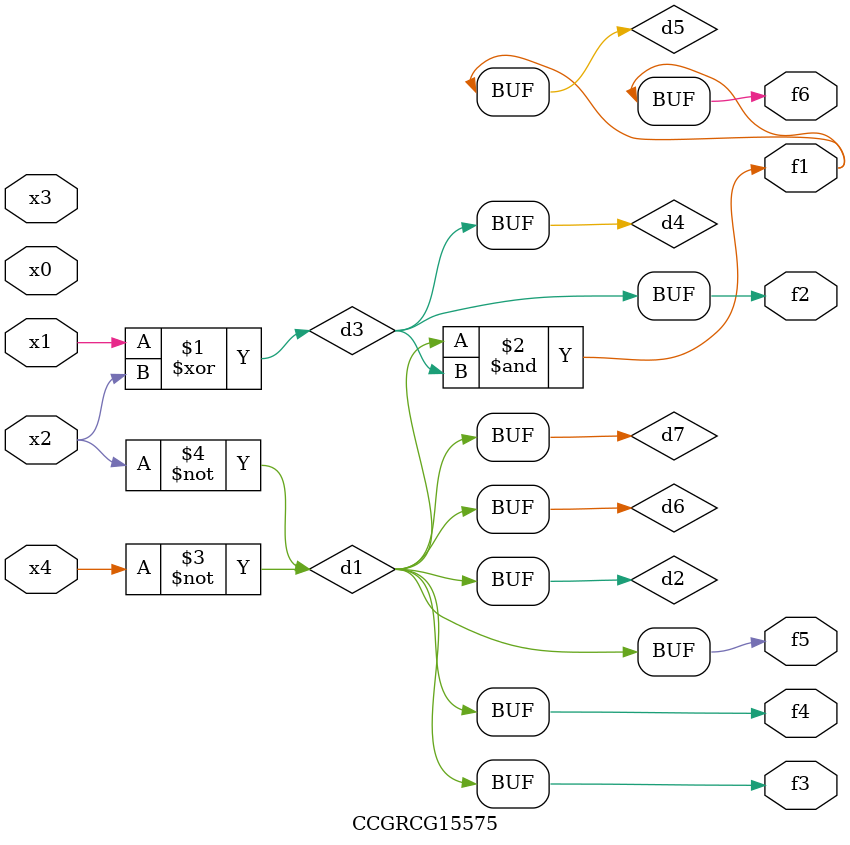
<source format=v>
module CCGRCG15575(
	input x0, x1, x2, x3, x4,
	output f1, f2, f3, f4, f5, f6
);

	wire d1, d2, d3, d4, d5, d6, d7;

	not (d1, x4);
	not (d2, x2);
	xor (d3, x1, x2);
	buf (d4, d3);
	and (d5, d1, d3);
	buf (d6, d1, d2);
	buf (d7, d2);
	assign f1 = d5;
	assign f2 = d4;
	assign f3 = d7;
	assign f4 = d7;
	assign f5 = d7;
	assign f6 = d5;
endmodule

</source>
